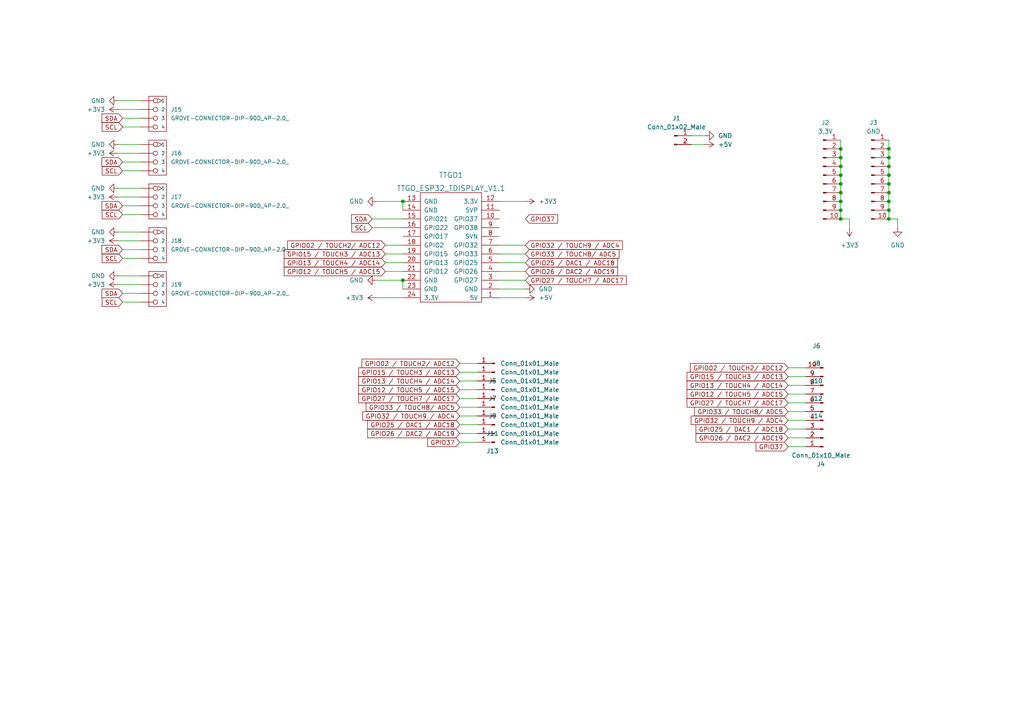
<source format=kicad_sch>
(kicad_sch (version 20211123) (generator eeschema)
  (paper "A4")
  (lib_symbols
    (symbol "Connector:Conn_01x01_Male" (pin_names (offset 1.016) hide)
      (property "Reference" "J" (at 0 2.54 0))
      (property "Value" "Conn_01x01_Male" (at 0 -2.54 0))
      (symbol "Conn_01x01_Male_1_1"
        (polyline (pts (xy 1.27 0) (xy 0.8636 0)) (stroke (width 0.1524)))
        (rectangle (start 0.8636 0.127) (end 0 -0.127) (stroke (width 0.1524)) (fill (type outline)))
        (pin passive line (at 5.08 0 180) (length 3.81) (name "Pin_1") (number "1"))
      )
    )
    (symbol "Connector:Conn_01x02_Male" (pin_names (offset 1.016) hide)
      (property "Reference" "J" (at 0 2.54 0))
      (property "Value" "Conn_01x02_Male" (at 0 -5.08 0))
      (symbol "Conn_01x02_Male_1_1"
        (polyline (pts (xy 1.27 -2.54) (xy 0.8636 -2.54)) (stroke (width 0.1524)))
        (polyline (pts (xy 1.27 0) (xy 0.8636 0)) (stroke (width 0.1524)))
        (rectangle (start 0.8636 -2.413) (end 0 -2.667) (stroke (width 0.1524)) (fill (type outline)))
        (rectangle (start 0.8636 0.127) (end 0 -0.127) (stroke (width 0.1524)) (fill (type outline)))
        (pin passive line (at 5.08 0 180) (length 3.81) (name "Pin_1") (number "1"))
        (pin passive line (at 5.08 -2.54 180) (length 3.81) (name "Pin_2") (number "2"))
      )
    )
    (symbol "Connector:Conn_01x10_Male" (pin_names (offset 1.016) hide)
      (property "Reference" "J" (at 0 12.7 0))
      (property "Value" "Conn_01x10_Male" (at 0 -15.24 0))
      (symbol "Conn_01x10_Male_1_1"
        (polyline (pts (xy 1.27 -12.7) (xy 0.8636 -12.7)) (stroke (width 0.1524)))
        (polyline (pts (xy 1.27 -10.16) (xy 0.8636 -10.16)) (stroke (width 0.1524)))
        (polyline (pts (xy 1.27 -7.62) (xy 0.8636 -7.62)) (stroke (width 0.1524)))
        (polyline (pts (xy 1.27 -5.08) (xy 0.8636 -5.08)) (stroke (width 0.1524)))
        (polyline (pts (xy 1.27 -2.54) (xy 0.8636 -2.54)) (stroke (width 0.1524)))
        (polyline (pts (xy 1.27 0) (xy 0.8636 0)) (stroke (width 0.1524)))
        (polyline (pts (xy 1.27 2.54) (xy 0.8636 2.54)) (stroke (width 0.1524)))
        (polyline (pts (xy 1.27 5.08) (xy 0.8636 5.08)) (stroke (width 0.1524)))
        (polyline (pts (xy 1.27 7.62) (xy 0.8636 7.62)) (stroke (width 0.1524)))
        (polyline (pts (xy 1.27 10.16) (xy 0.8636 10.16)) (stroke (width 0.1524)))
        (rectangle (start 0.8636 -12.573) (end 0 -12.827) (stroke (width 0.1524)) (fill (type outline)))
        (rectangle (start 0.8636 -10.033) (end 0 -10.287) (stroke (width 0.1524)) (fill (type outline)))
        (rectangle (start 0.8636 -7.493) (end 0 -7.747) (stroke (width 0.1524)) (fill (type outline)))
        (rectangle (start 0.8636 -4.953) (end 0 -5.207) (stroke (width 0.1524)) (fill (type outline)))
        (rectangle (start 0.8636 -2.413) (end 0 -2.667) (stroke (width 0.1524)) (fill (type outline)))
        (rectangle (start 0.8636 0.127) (end 0 -0.127) (stroke (width 0.1524)) (fill (type outline)))
        (rectangle (start 0.8636 2.667) (end 0 2.413) (stroke (width 0.1524)) (fill (type outline)))
        (rectangle (start 0.8636 5.207) (end 0 4.953) (stroke (width 0.1524)) (fill (type outline)))
        (rectangle (start 0.8636 7.747) (end 0 7.493) (stroke (width 0.1524)) (fill (type outline)))
        (rectangle (start 0.8636 10.287) (end 0 10.033) (stroke (width 0.1524)) (fill (type outline)))
        (pin passive line (at 5.08 10.16 180) (length 3.81) (name "Pin_1") (number "1"))
        (pin passive line (at 5.08 -12.7 180) (length 3.81) (name "Pin_10") (number "10"))
        (pin passive line (at 5.08 7.62 180) (length 3.81) (name "Pin_2") (number "2"))
        (pin passive line (at 5.08 5.08 180) (length 3.81) (name "Pin_3") (number "3"))
        (pin passive line (at 5.08 2.54 180) (length 3.81) (name "Pin_4") (number "4"))
        (pin passive line (at 5.08 0 180) (length 3.81) (name "Pin_5") (number "5"))
        (pin passive line (at 5.08 -2.54 180) (length 3.81) (name "Pin_6") (number "6"))
        (pin passive line (at 5.08 -5.08 180) (length 3.81) (name "Pin_7") (number "7"))
        (pin passive line (at 5.08 -7.62 180) (length 3.81) (name "Pin_8") (number "8"))
        (pin passive line (at 5.08 -10.16 180) (length 3.81) (name "Pin_9") (number "9"))
      )
    )
    (symbol "OPL_Connector:GROVE-CONNECTOR-DIP-90D_4P-2.0_" (pin_numbers hide) (pin_names (offset 1.016))
      (property "Reference" "J" (at -6.35 6.35 0))
      (property "Value" "GROVE-CONNECTOR-DIP-90D_4P-2.0_" (at 0 6.35 0))
      (symbol "GROVE-CONNECTOR-DIP-90D_4P-2.0__1_0"
        (polyline (pts (xy -1.27 -5.08) (xy -1.27 5.08)))
        (polyline (pts (xy -1.27 5.08) (xy 3.81 5.08)))
        (polyline (pts (xy 3.81 -5.08) (xy -1.27 -5.08)))
        (polyline (pts (xy 3.81 5.08) (xy 3.81 -5.08)))
      )
      (symbol "GROVE-CONNECTOR-DIP-90D_4P-2.0__1_1"
        (pin bidirectional inverted_clock (at -3.81 3.81 0) (length 5.08) (name "1") (number "1"))
        (pin bidirectional inverted (at -3.81 1.27 0) (length 5.08) (name "2") (number "2"))
        (pin bidirectional inverted (at -3.81 -1.27 0) (length 5.08) (name "3") (number "3"))
        (pin bidirectional inverted (at -3.81 -3.81 0) (length 5.08) (name "4") (number "4"))
      )
    )
    (symbol "power:+3.3V" (power) (pin_names (offset 0))
      (property "Value" "+3.3V" (at 0 3.556 0))
      (symbol "+3.3V_0_1"
        (polyline (pts (xy -0.762 1.27) (xy 0 2.54)))
        (polyline (pts (xy 0 0) (xy 0 2.54)))
        (polyline (pts (xy 0 2.54) (xy 0.762 1.27)))
      )
      (symbol "+3.3V_1_1"
        (pin power_in line (at 0 0 90) (length 0) hide (name "+3V3") (number "1"))
      )
    )
    (symbol "power:+5V" (power) (pin_names (offset 0))
      (property "Value" "+5V" (at 0 3.556 0))
      (symbol "+5V_0_1"
        (polyline (pts (xy -0.762 1.27) (xy 0 2.54)))
        (polyline (pts (xy 0 0) (xy 0 2.54)))
        (polyline (pts (xy 0 2.54) (xy 0.762 1.27)))
      )
      (symbol "+5V_1_1"
        (pin power_in line (at 0 0 90) (length 0) hide (name "+5V") (number "1"))
      )
    )
    (symbol "power:GND" (power) (pin_names (offset 0))
      (property "Value" "GND" (at 0 -3.81 0))
      (symbol "GND_0_1"
        (polyline (pts (xy 0 0) (xy 0 -1.27) (xy 1.27 -1.27) (xy 0 -2.54) (xy -1.27 -1.27) (xy 0 -1.27)))
      )
      (symbol "GND_1_1"
        (pin power_in line (at 0 0 270) (length 0) hide (name "GND") (number "1"))
      )
    )
    (symbol "ttgo:TTGO_ESP32_TDISPLAY_V1.1" (pin_names (offset 1.016))
      (property "Reference" "TTGO" (at 8.89 34.29 0))
      (property "Value" "TTGO_ESP32_TDISPLAY_V1.1" (at 8.89 -2.54 0))
      (symbol "TTGO_ESP32_TDISPLAY_V1.1_0_1"
        (rectangle (start 0 0) (end 17.78 31.75))
      )
      (symbol "TTGO_ESP32_TDISPLAY_V1.1_1_1"
        (pin unspecified line (at 22.86 1.27 180) (length 5.08) (name "5V") (number "1"))
        (pin unspecified line (at 22.86 24.13 180) (length 5.08) (name "GPIO37") (number "10"))
        (pin unspecified line (at 22.86 26.67 180) (length 5.08) (name "SVP") (number "11"))
        (pin unspecified line (at 22.86 29.21 180) (length 5.08) (name "3.3V") (number "12"))
        (pin unspecified line (at -5.08 29.21 0) (length 5.08) (name "GND") (number "13"))
        (pin unspecified line (at -5.08 26.67 0) (length 5.08) (name "GND") (number "14"))
        (pin unspecified line (at -5.08 24.13 0) (length 5.08) (name "GPIO21") (number "15"))
        (pin unspecified line (at -5.08 21.59 0) (length 5.08) (name "GPIO22") (number "16"))
        (pin unspecified line (at -5.08 19.05 0) (length 5.08) (name "GPIO17") (number "17"))
        (pin unspecified line (at -5.08 16.51 0) (length 5.08) (name "GPIO2") (number "18"))
        (pin unspecified line (at -5.08 13.97 0) (length 5.08) (name "GPIO15") (number "19"))
        (pin unspecified line (at 22.86 3.81 180) (length 5.08) (name "GND") (number "2"))
        (pin unspecified line (at -5.08 11.43 0) (length 5.08) (name "GPIO13") (number "20"))
        (pin unspecified line (at -5.08 8.89 0) (length 5.08) (name "GPIO12") (number "21"))
        (pin unspecified line (at -5.08 6.35 0) (length 5.08) (name "GND") (number "22"))
        (pin unspecified line (at -5.08 3.81 0) (length 5.08) (name "GND") (number "23"))
        (pin unspecified line (at -5.08 1.27 0) (length 5.08) (name "3.3V") (number "24"))
        (pin unspecified line (at 22.86 6.35 180) (length 5.08) (name "GPIO27") (number "3"))
        (pin unspecified line (at 22.86 8.89 180) (length 5.08) (name "GPIO26") (number "4"))
        (pin unspecified line (at 22.86 11.43 180) (length 5.08) (name "GPIO25") (number "5"))
        (pin unspecified line (at 22.86 13.97 180) (length 5.08) (name "GPIO33") (number "6"))
        (pin unspecified line (at 22.86 16.51 180) (length 5.08) (name "GPIO32") (number "7"))
        (pin unspecified line (at 22.86 19.05 180) (length 5.08) (name "SVN") (number "8"))
        (pin unspecified line (at 22.86 21.59 180) (length 5.08) (name "GPIO38") (number "9"))
      )
    )
  )
  (junction (at 257.81 43.18))
  (junction (at 116.84 58.42))
  (junction (at 116.84 81.28))
  (junction (at 243.84 55.88))
  (junction (at 243.84 63.5))
  (junction (at 257.81 53.34))
  (junction (at 243.84 60.96))
  (junction (at 243.84 43.18))
  (junction (at 257.81 60.96))
  (junction (at 257.81 63.5))
  (junction (at 243.84 48.26))
  (junction (at 243.84 50.8))
  (junction (at 243.84 45.72))
  (junction (at 243.84 53.34))
  (junction (at 257.81 55.88))
  (junction (at 243.84 58.42))
  (junction (at 257.81 45.72))
  (junction (at 257.81 50.8))
  (junction (at 257.81 58.42))
  (junction (at 257.81 48.26))
  (wire (pts (xy 133.35 107.95) (xy 138.43 107.95)))
  (wire (pts (xy 34.29 57.15) (xy 40.64 57.15)))
  (wire (pts (xy 257.81 60.96) (xy 257.81 63.5)))
  (wire (pts (xy 200.66 39.37) (xy 204.47 39.37)))
  (wire (pts (xy 35.56 36.83) (xy 40.64 36.83)))
  (wire (pts (xy 35.56 34.29) (xy 40.64 34.29)))
  (wire (pts (xy 228.6 124.46) (xy 233.68 124.46)))
  (wire (pts (xy 144.78 86.36) (xy 152.4 86.36)))
  (wire (pts (xy 111.76 73.66) (xy 116.84 73.66)))
  (wire (pts (xy 243.84 60.96) (xy 243.84 63.5)))
  (wire (pts (xy 35.56 87.63) (xy 40.64 87.63)))
  (wire (pts (xy 144.78 71.12) (xy 152.4 71.12)))
  (wire (pts (xy 228.6 114.3) (xy 233.68 114.3)))
  (wire (pts (xy 35.56 49.53) (xy 40.64 49.53)))
  (wire (pts (xy 34.29 41.91) (xy 40.64 41.91)))
  (wire (pts (xy 35.56 46.99) (xy 40.64 46.99)))
  (wire (pts (xy 107.95 66.04) (xy 116.84 66.04)))
  (wire (pts (xy 257.81 48.26) (xy 257.81 50.8)))
  (wire (pts (xy 109.22 81.28) (xy 116.84 81.28)))
  (wire (pts (xy 109.22 86.36) (xy 116.84 86.36)))
  (wire (pts (xy 243.84 50.8) (xy 243.84 53.34)))
  (wire (pts (xy 228.6 127) (xy 233.68 127)))
  (wire (pts (xy 133.35 105.41) (xy 138.43 105.41)))
  (wire (pts (xy 144.78 81.28) (xy 152.4 81.28)))
  (wire (pts (xy 34.29 82.55) (xy 40.64 82.55)))
  (wire (pts (xy 116.84 58.42) (xy 116.84 60.96)))
  (wire (pts (xy 144.78 76.2) (xy 152.4 76.2)))
  (wire (pts (xy 34.29 80.01) (xy 40.64 80.01)))
  (wire (pts (xy 257.81 53.34) (xy 257.81 55.88)))
  (wire (pts (xy 228.6 106.68) (xy 233.68 106.68)))
  (wire (pts (xy 228.6 129.54) (xy 233.68 129.54)))
  (wire (pts (xy 133.35 128.27) (xy 138.43 128.27)))
  (wire (pts (xy 133.35 118.11) (xy 138.43 118.11)))
  (wire (pts (xy 257.81 43.18) (xy 257.81 45.72)))
  (wire (pts (xy 257.81 40.64) (xy 257.81 43.18)))
  (wire (pts (xy 133.35 113.03) (xy 138.43 113.03)))
  (wire (pts (xy 257.81 55.88) (xy 257.81 58.42)))
  (wire (pts (xy 257.81 50.8) (xy 257.81 53.34)))
  (wire (pts (xy 111.76 78.74) (xy 116.84 78.74)))
  (wire (pts (xy 257.81 58.42) (xy 257.81 60.96)))
  (wire (pts (xy 144.78 73.66) (xy 152.4 73.66)))
  (wire (pts (xy 243.84 63.5) (xy 246.38 63.5)))
  (wire (pts (xy 107.95 63.5) (xy 116.84 63.5)))
  (wire (pts (xy 34.29 29.21) (xy 40.64 29.21)))
  (wire (pts (xy 228.6 116.84) (xy 233.68 116.84)))
  (wire (pts (xy 228.6 119.38) (xy 233.68 119.38)))
  (wire (pts (xy 228.6 111.76) (xy 233.68 111.76)))
  (wire (pts (xy 243.84 53.34) (xy 243.84 55.88)))
  (wire (pts (xy 246.38 66.04) (xy 246.38 63.5)))
  (wire (pts (xy 243.84 45.72) (xy 243.84 48.26)))
  (wire (pts (xy 34.29 69.85) (xy 40.64 69.85)))
  (wire (pts (xy 243.84 43.18) (xy 243.84 45.72)))
  (wire (pts (xy 257.81 63.5) (xy 260.35 63.5)))
  (wire (pts (xy 35.56 72.39) (xy 40.64 72.39)))
  (wire (pts (xy 34.29 31.75) (xy 40.64 31.75)))
  (wire (pts (xy 144.78 58.42) (xy 152.4 58.42)))
  (wire (pts (xy 133.35 125.73) (xy 138.43 125.73)))
  (wire (pts (xy 35.56 59.69) (xy 40.64 59.69)))
  (wire (pts (xy 133.35 123.19) (xy 138.43 123.19)))
  (wire (pts (xy 228.6 121.92) (xy 233.68 121.92)))
  (wire (pts (xy 260.35 63.5) (xy 260.35 66.04)))
  (wire (pts (xy 111.76 71.12) (xy 116.84 71.12)))
  (wire (pts (xy 133.35 120.65) (xy 138.43 120.65)))
  (wire (pts (xy 257.81 45.72) (xy 257.81 48.26)))
  (wire (pts (xy 243.84 55.88) (xy 243.84 58.42)))
  (wire (pts (xy 34.29 67.31) (xy 40.64 67.31)))
  (wire (pts (xy 34.29 44.45) (xy 40.64 44.45)))
  (wire (pts (xy 200.66 41.91) (xy 204.47 41.91)))
  (wire (pts (xy 133.35 110.49) (xy 138.43 110.49)))
  (wire (pts (xy 243.84 40.64) (xy 243.84 43.18)))
  (wire (pts (xy 243.84 48.26) (xy 243.84 50.8)))
  (wire (pts (xy 109.22 58.42) (xy 116.84 58.42)))
  (wire (pts (xy 133.35 115.57) (xy 138.43 115.57)))
  (wire (pts (xy 35.56 74.93) (xy 40.64 74.93)))
  (wire (pts (xy 243.84 58.42) (xy 243.84 60.96)))
  (wire (pts (xy 228.6 109.22) (xy 233.68 109.22)))
  (wire (pts (xy 144.78 78.74) (xy 152.4 78.74)))
  (wire (pts (xy 35.56 62.23) (xy 40.64 62.23)))
  (wire (pts (xy 144.78 83.82) (xy 152.4 83.82)))
  (wire (pts (xy 116.84 81.28) (xy 116.84 83.82)))
  (wire (pts (xy 111.76 76.2) (xy 116.84 76.2)))
  (wire (pts (xy 34.29 54.61) (xy 40.64 54.61)))
  (wire (pts (xy 35.56 85.09) (xy 40.64 85.09)))
  (global_label "GPIO27 {slash} TOUCH7 {slash} ADC17" (shape input) (at 133.35 115.57 180) (property "Intersheet References" "${INTERSHEET_REFS}" (effects hide)))
  (global_label "SDA" (shape input) (at 107.95 63.5 180) (property "Intersheet References" "${INTERSHEET_REFS}" (effects hide)))
  (global_label "SCL" (shape input) (at 35.56 62.23 180) (property "Intersheet References" "${INTERSHEET_REFS}" (effects hide)))
  (global_label "GPIO26 {slash} DAC2 {slash} ADC19" (shape input) (at 133.35 125.73 180) (property "Intersheet References" "${INTERSHEET_REFS}" (effects hide)))
  (global_label "GPIO27 {slash} TOUCH7 {slash} ADC17" (shape input) (at 152.4 81.28 0) (property "Intersheet References" "${INTERSHEET_REFS}" (effects hide)))
  (global_label "GPIO15 {slash} TOUCH3 {slash} ADC13" (shape input) (at 228.6 109.22 180) (property "Intersheet References" "${INTERSHEET_REFS}" (effects hide)))
  (global_label "GPIO13 {slash} TOUCH4 {slash} ADC14" (shape input) (at 133.35 110.49 180) (property "Intersheet References" "${INTERSHEET_REFS}" (effects hide)))
  (global_label "GPIO33 {slash} TOUCH8{slash} ADC5" (shape input) (at 152.4 73.66 0) (property "Intersheet References" "${INTERSHEET_REFS}" (effects hide)))
  (global_label "GPIO12 {slash} TOUCH5 {slash} ADC15" (shape input) (at 111.76 78.74 180) (property "Intersheet References" "${INTERSHEET_REFS}" (effects hide)))
  (global_label "GPIO33 {slash} TOUCH8{slash} ADC5" (shape input) (at 228.6 119.38 180) (property "Intersheet References" "${INTERSHEET_REFS}" (effects hide)))
  (global_label "SDA" (shape input) (at 35.56 46.99 180) (property "Intersheet References" "${INTERSHEET_REFS}" (effects hide)))
  (global_label "GPIO15 {slash} TOUCH3 {slash} ADC13" (shape input) (at 133.35 107.95 180) (property "Intersheet References" "${INTERSHEET_REFS}" (effects hide)))
  (global_label "SCL" (shape input) (at 35.56 36.83 180) (property "Intersheet References" "${INTERSHEET_REFS}" (effects hide)))
  (global_label "GPIO02 {slash} TOUCH2{slash} ADC12" (shape input) (at 111.76 71.12 180) (property "Intersheet References" "${INTERSHEET_REFS}" (effects hide)))
  (global_label "GPIO15 {slash} TOUCH3 {slash} ADC13" (shape input) (at 111.76 73.66 180) (property "Intersheet References" "${INTERSHEET_REFS}" (effects hide)))
  (global_label "GPIO12 {slash} TOUCH5 {slash} ADC15" (shape input) (at 133.35 113.03 180) (property "Intersheet References" "${INTERSHEET_REFS}" (effects hide)))
  (global_label "GPIO27 {slash} TOUCH7 {slash} ADC17" (shape input) (at 228.6 116.84 180) (property "Intersheet References" "${INTERSHEET_REFS}" (effects hide)))
  (global_label "GPIO32 {slash} TOUCH9 {slash} ADC4" (shape input) (at 228.6 121.92 180) (property "Intersheet References" "${INTERSHEET_REFS}" (effects hide)))
  (global_label "GPIO13 {slash} TOUCH4 {slash} ADC14" (shape input) (at 228.6 111.76 180) (property "Intersheet References" "${INTERSHEET_REFS}" (effects hide)))
  (global_label "SDA" (shape input) (at 35.56 59.69 180) (property "Intersheet References" "${INTERSHEET_REFS}" (effects hide)))
  (global_label "GPIO25 {slash} DAC1 {slash} ADC18" (shape input) (at 152.4 76.2 0) (property "Intersheet References" "${INTERSHEET_REFS}" (effects hide)))
  (global_label "GPIO25 {slash} DAC1 {slash} ADC18" (shape input) (at 133.35 123.19 180) (property "Intersheet References" "${INTERSHEET_REFS}" (effects hide)))
  (global_label "GPIO13 {slash} TOUCH4 {slash} ADC14" (shape input) (at 111.76 76.2 180) (property "Intersheet References" "${INTERSHEET_REFS}" (effects hide)))
  (global_label "SCL" (shape input) (at 35.56 87.63 180) (property "Intersheet References" "${INTERSHEET_REFS}" (effects hide)))
  (global_label "GPIO26 {slash} DAC2 {slash} ADC19" (shape input) (at 152.4 78.74 0) (property "Intersheet References" "${INTERSHEET_REFS}" (effects hide)))
  (global_label "GPIO32 {slash} TOUCH9 {slash} ADC4" (shape input) (at 152.4 71.12 0) (property "Intersheet References" "${INTERSHEET_REFS}" (effects hide)))
  (global_label "GPIO32 {slash} TOUCH9 {slash} ADC4" (shape input) (at 133.35 120.65 180) (property "Intersheet References" "${INTERSHEET_REFS}" (effects hide)))
  (global_label "GPIO37" (shape input) (at 133.35 128.27 180) (property "Intersheet References" "${INTERSHEET_REFS}" (effects hide)))
  (global_label "SCL" (shape input) (at 107.95 66.04 180) (property "Intersheet References" "${INTERSHEET_REFS}" (effects hide)))
  (global_label "SDA" (shape input) (at 35.56 85.09 180) (property "Intersheet References" "${INTERSHEET_REFS}" (effects hide)))
  (global_label "GPIO37" (shape input) (at 152.4 63.5 0) (property "Intersheet References" "${INTERSHEET_REFS}" (effects hide)))
  (global_label "GPIO12 {slash} TOUCH5 {slash} ADC15" (shape input) (at 228.6 114.3 180) (property "Intersheet References" "${INTERSHEET_REFS}" (effects hide)))
  (global_label "SDA" (shape input) (at 35.56 72.39 180) (property "Intersheet References" "${INTERSHEET_REFS}" (effects hide)))
  (global_label "GPIO37" (shape input) (at 228.6 129.54 180) (property "Intersheet References" "${INTERSHEET_REFS}" (effects hide)))
  (global_label "GPIO25 {slash} DAC1 {slash} ADC18" (shape input) (at 228.6 124.46 180) (property "Intersheet References" "${INTERSHEET_REFS}" (effects hide)))
  (global_label "GPIO02 {slash} TOUCH2{slash} ADC12" (shape input) (at 133.35 105.41 180) (property "Intersheet References" "${INTERSHEET_REFS}" (effects hide)))
  (global_label "GPIO33 {slash} TOUCH8{slash} ADC5" (shape input) (at 133.35 118.11 180) (property "Intersheet References" "${INTERSHEET_REFS}" (effects hide)))
  (global_label "GPIO26 {slash} DAC2 {slash} ADC19" (shape input) (at 228.6 127 180) (property "Intersheet References" "${INTERSHEET_REFS}" (effects hide)))
  (global_label "GPIO02 {slash} TOUCH2{slash} ADC12" (shape input) (at 228.6 106.68 180) (property "Intersheet References" "${INTERSHEET_REFS}" (effects hide)))
  (global_label "SCL" (shape input) (at 35.56 49.53 180) (property "Intersheet References" "${INTERSHEET_REFS}" (effects hide)))
  (global_label "SCL" (shape input) (at 35.56 74.93 180) (property "Intersheet References" "${INTERSHEET_REFS}" (effects hide)))
  (global_label "SDA" (shape input) (at 35.56 34.29 180) (property "Intersheet References" "${INTERSHEET_REFS}" (effects hide)))
  (symbol (lib_id "Connector:Conn_01x01_Male") (at 143.51 110.49 180) (unit 1)
    (property "Reference" "J7" (at 142.875 115.57 0))
    (property "Value" "Conn_01x01_Male" (at 153.67 110.49 0))
    (property "Footprint" "Connector_Wire:SolderWirePad_1x01_SMD_5x10mm" (effects hide))
  )
  (symbol (lib_id "Connector:Conn_01x01_Male") (at 143.51 113.03 180) (unit 1)
    (property "Reference" "J8" (at 236.855 105.41 0))
    (property "Value" "Conn_01x01_Male" (at 153.67 113.03 0))
    (property "Footprint" "Connector_Wire:SolderWirePad_1x01_SMD_5x10mm" (effects hide))
  )
  (symbol (lib_id "OPL_Connector:GROVE-CONNECTOR-DIP-90D_4P-2.0_") (at 44.45 33.02 0) (unit 1)
    (property "Reference" "J15" (at 49.53 31.75 0) (effects (font (size 1.143 1.143)) (justify left)))
    (property "Value" "GROVE-CONNECTOR-DIP-90D_4P-2.0_" (at 49.53 34.29 0) (effects (font (size 1.143 1.143)) (justify left)))
    (property "Footprint" "OPL_Connector:HW4-2.0-90D" (effects hide))
    (property "SKU" "320110034" (effects hide))
  )
  (symbol (lib_id "power:+3.3V") (at 34.29 44.45 90) (unit 1)
    (property "Reference" "#PWR0113" (effects hide))
    (property "Value" "+3.3V" (at 30.48 44.4499 90) (effects (justify left)))
  )
  (symbol (lib_id "Connector:Conn_01x01_Male") (at 143.51 105.41 180) (unit 1)
    (property "Reference" "J5" (at 142.875 110.49 0))
    (property "Value" "Conn_01x01_Male" (at 153.67 105.41 0))
    (property "Footprint" "Connector_Wire:SolderWirePad_1x01_SMD_5x10mm" (effects hide))
  )
  (symbol (lib_id "Connector:Conn_01x10_Male") (at 238.76 50.8 0) (unit 1)
    (property "Reference" "J2" (at 239.395 35.56 0))
    (property "Value" "3,3V" (at 239.395 38.1 0))
    (property "Footprint" "TerminalBlock_Phoenix:TerminalBlock_Phoenix_MPT-0,5-10-2.54_1x10_P2.54mm_Horizontal" (effects hide))
  )
  (symbol (lib_id "power:+3.3V") (at 34.29 82.55 90) (unit 1)
    (property "Reference" "#PWR0117" (effects hide))
    (property "Value" "+3.3V" (at 30.48 82.5499 90) (effects (justify left)))
  )
  (symbol (lib_id "power:GND") (at 260.35 66.04 0) (unit 1)
    (property "Reference" "#PWR0108" (effects hide))
    (property "Value" "GND" (at 260.35 71.12 0))
  )
  (symbol (lib_id "Connector:Conn_01x02_Male") (at 195.58 39.37 0) (unit 1)
    (property "Reference" "J1" (at 196.215 34.29 0))
    (property "Value" "Conn_01x02_Male" (at 196.215 36.83 0))
    (property "Footprint" "TerminalBlock_Phoenix:TerminalBlock_Phoenix_MPT-0,5-2-2.54_1x02_P2.54mm_Horizontal" (effects hide))
  )
  (symbol (lib_id "Connector:Conn_01x10_Male") (at 238.76 119.38 180) (unit 1)
    (property "Reference" "J4" (at 238.125 134.62 0))
    (property "Value" "Conn_01x10_Male" (at 238.125 132.08 0))
    (property "Footprint" "TerminalBlock_Phoenix:TerminalBlock_Phoenix_MPT-0,5-10-2.54_1x10_P2.54mm_Horizontal" (effects hide))
  )
  (symbol (lib_id "Connector:Conn_01x10_Male") (at 252.73 50.8 0) (unit 1)
    (property "Reference" "J3" (at 253.365 35.56 0))
    (property "Value" "GND" (at 253.365 38.1 0))
    (property "Footprint" "TerminalBlock_Phoenix:TerminalBlock_Phoenix_MPT-0,5-10-2.54_1x10_P2.54mm_Horizontal" (effects hide))
  )
  (symbol (lib_id "Connector:Conn_01x01_Male") (at 143.51 120.65 180) (unit 1)
    (property "Reference" "J11" (at 142.875 125.73 0))
    (property "Value" "Conn_01x01_Male" (at 153.67 120.65 0))
    (property "Footprint" "Connector_Wire:SolderWirePad_1x01_SMD_5x10mm" (effects hide))
  )
  (symbol (lib_id "Connector:Conn_01x01_Male") (at 143.51 128.27 180) (unit 1)
    (property "Reference" "J14" (at 236.855 120.65 0))
    (property "Value" "Conn_01x01_Male" (at 153.67 128.27 0))
    (property "Footprint" "Connector_Wire:SolderWirePad_1x01_SMD_5x10mm" (effects hide))
  )
  (symbol (lib_id "Connector:Conn_01x01_Male") (at 143.51 125.73 180) (unit 1)
    (property "Reference" "J13" (at 142.875 130.81 0))
    (property "Value" "Conn_01x01_Male" (at 153.67 125.73 0))
    (property "Footprint" "Connector_Wire:SolderWirePad_1x01_SMD_5x10mm" (effects hide))
  )
  (symbol (lib_id "Connector:Conn_01x01_Male") (at 143.51 123.19 180) (unit 1)
    (property "Reference" "J12" (at 236.855 115.57 0))
    (property "Value" "Conn_01x01_Male" (at 153.67 123.19 0))
    (property "Footprint" "Connector_Wire:SolderWirePad_1x01_SMD_5x10mm" (effects hide))
  )
  (symbol (lib_id "OPL_Connector:GROVE-CONNECTOR-DIP-90D_4P-2.0_") (at 44.45 45.72 0) (unit 1)
    (property "Reference" "J16" (at 49.53 44.45 0) (effects (font (size 1.143 1.143)) (justify left)))
    (property "Value" "GROVE-CONNECTOR-DIP-90D_4P-2.0_" (at 49.53 46.99 0) (effects (font (size 1.143 1.143)) (justify left)))
    (property "Footprint" "OPL_Connector:HW4-2.0-90D" (effects hide))
    (property "SKU" "320110034" (effects hide))
  )
  (symbol (lib_id "power:GND") (at 34.29 67.31 270) (unit 1)
    (property "Reference" "#PWR0111" (effects hide))
    (property "Value" "GND" (at 30.48 67.3099 90) (effects (justify right)))
  )
  (symbol (lib_id "Connector:Conn_01x01_Male") (at 143.51 107.95 180) (unit 1)
    (property "Reference" "J6" (at 236.855 100.33 0))
    (property "Value" "Conn_01x01_Male" (at 153.67 107.95 0))
    (property "Footprint" "Connector_Wire:SolderWirePad_1x01_SMD_5x10mm" (effects hide))
  )
  (symbol (lib_id "power:GND") (at 34.29 41.91 270) (unit 1)
    (property "Reference" "#PWR0114" (effects hide))
    (property "Value" "GND" (at 30.48 41.9099 90) (effects (justify right)))
  )
  (symbol (lib_id "OPL_Connector:GROVE-CONNECTOR-DIP-90D_4P-2.0_") (at 44.45 58.42 0) (unit 1)
    (property "Reference" "J17" (at 49.53 57.15 0) (effects (font (size 1.143 1.143)) (justify left)))
    (property "Value" "GROVE-CONNECTOR-DIP-90D_4P-2.0_" (at 49.53 59.69 0) (effects (font (size 1.143 1.143)) (justify left)))
    (property "Footprint" "OPL_Connector:HW4-2.0-90D" (effects hide))
    (property "SKU" "320110034" (effects hide))
  )
  (symbol (lib_id "power:GND") (at 34.29 80.01 270) (unit 1)
    (property "Reference" "#PWR0118" (effects hide))
    (property "Value" "GND" (at 30.48 80.0099 90) (effects (justify right)))
  )
  (symbol (lib_id "power:+5V") (at 204.47 41.91 270) (unit 1)
    (property "Reference" "#PWR0119" (effects hide))
    (property "Value" "+5V" (at 208.28 41.9099 90) (effects (justify left)))
  )
  (symbol (lib_id "power:+3.3V") (at 34.29 31.75 90) (unit 1)
    (property "Reference" "#PWR0109" (effects hide))
    (property "Value" "+3.3V" (at 30.48 31.7499 90) (effects (justify left)))
  )
  (symbol (lib_id "power:GND") (at 152.4 83.82 90) (unit 1)
    (property "Reference" "#PWR0120" (effects hide))
    (property "Value" "GND" (at 156.21 83.8199 90) (effects (justify right)))
  )
  (symbol (lib_id "power:+3.3V") (at 152.4 58.42 270) (unit 1)
    (property "Reference" "#PWR0102" (effects hide))
    (property "Value" "+3.3V" (at 156.21 58.4199 90) (effects (justify left)))
  )
  (symbol (lib_id "power:GND") (at 204.47 39.37 90) (unit 1)
    (property "Reference" "#PWR0106" (effects hide))
    (property "Value" "GND" (at 208.28 39.3699 90) (effects (justify right)))
  )
  (symbol (lib_id "power:+5V") (at 152.4 86.36 270) (unit 1)
    (property "Reference" "#PWR0103" (effects hide))
    (property "Value" "+5V" (at 156.21 86.3599 90) (effects (justify left)))
  )
  (symbol (lib_id "power:+3.3V") (at 34.29 69.85 90) (unit 1)
    (property "Reference" "#PWR0112" (effects hide))
    (property "Value" "+3.3V" (at 30.48 69.8499 90) (effects (justify left)))
  )
  (symbol (lib_id "power:GND") (at 34.29 29.21 270) (unit 1)
    (property "Reference" "#PWR0110" (effects hide))
    (property "Value" "GND" (at 30.48 29.2099 90) (effects (justify right)))
  )
  (symbol (lib_id "Connector:Conn_01x01_Male") (at 143.51 118.11 180) (unit 1)
    (property "Reference" "J10" (at 236.855 110.49 0))
    (property "Value" "Conn_01x01_Male" (at 153.67 118.11 0))
    (property "Footprint" "Connector_Wire:SolderWirePad_1x01_SMD_5x10mm" (effects hide))
  )
  (symbol (lib_id "power:+3.3V") (at 34.29 57.15 90) (unit 1)
    (property "Reference" "#PWR0115" (effects hide))
    (property "Value" "+3.3V" (at 30.48 57.1499 90) (effects (justify left)))
  )
  (symbol (lib_id "power:+3.3V") (at 109.22 86.36 90) (unit 1)
    (property "Reference" "#PWR0104" (effects hide))
    (property "Value" "+3.3V" (at 105.41 86.3599 90) (effects (justify left)))
  )
  (symbol (lib_id "power:GND") (at 109.22 58.42 270) (unit 1)
    (property "Reference" "#PWR0101" (effects hide))
    (property "Value" "GND" (at 105.41 58.4199 90) (effects (justify right)))
  )
  (symbol (lib_id "power:GND") (at 34.29 54.61 270) (unit 1)
    (property "Reference" "#PWR0116" (effects hide))
    (property "Value" "GND" (at 30.48 54.6099 90) (effects (justify right)))
  )
  (symbol (lib_id "power:GND") (at 109.22 81.28 270) (unit 1)
    (property "Reference" "#PWR0105" (effects hide))
    (property "Value" "GND" (at 105.41 81.2799 90) (effects (justify right)))
  )
  (symbol (lib_id "power:+3.3V") (at 246.38 66.04 180) (unit 1)
    (property "Reference" "#PWR0107" (effects hide))
    (property "Value" "+3.3V" (at 246.38 71.12 0))
  )
  (symbol (lib_id "OPL_Connector:GROVE-CONNECTOR-DIP-90D_4P-2.0_") (at 44.45 83.82 0) (unit 1)
    (property "Reference" "J19" (at 49.53 82.55 0) (effects (font (size 1.143 1.143)) (justify left)))
    (property "Value" "GROVE-CONNECTOR-DIP-90D_4P-2.0_" (at 49.53 85.09 0) (effects (font (size 1.143 1.143)) (justify left)))
    (property "Footprint" "OPL_Connector:HW4-2.0-90D" (effects hide))
    (property "SKU" "320110034" (effects hide))
  )
  (symbol (lib_id "ttgo:TTGO_ESP32_TDISPLAY_V1.1") (at 121.92 87.63 0) (unit 1)
    (property "Reference" "TTGO1" (at 130.81 50.8 0) (effects (font (size 1.524 1.524))))
    (property "Value" "TTGO_ESP32_TDISPLAY_V1.1" (at 130.81 54.61 0) (effects (font (size 1.524 1.524))))
    (property "Footprint" "ttgo:TTGO_ESP32_TDisplay_v1.1" (effects hide))
  )
  (symbol (lib_id "Connector:Conn_01x01_Male") (at 143.51 115.57 180) (unit 1)
    (property "Reference" "J9" (at 142.875 120.65 0))
    (property "Value" "Conn_01x01_Male" (at 153.67 115.57 0))
    (property "Footprint" "Connector_Wire:SolderWirePad_1x01_SMD_5x10mm" (effects hide))
  )
  (symbol (lib_id "OPL_Connector:GROVE-CONNECTOR-DIP-90D_4P-2.0_") (at 44.45 71.12 0) (unit 1)
    (property "Reference" "J18" (at 49.53 69.85 0) (effects (font (size 1.143 1.143)) (justify left)))
    (property "Value" "GROVE-CONNECTOR-DIP-90D_4P-2.0_" (at 49.53 72.39 0) (effects (font (size 1.143 1.143)) (justify left)))
    (property "Footprint" "OPL_Connector:HW4-2.0-90D" (effects hide))
    (property "SKU" "320110034" (effects hide))
  )
)
</source>
